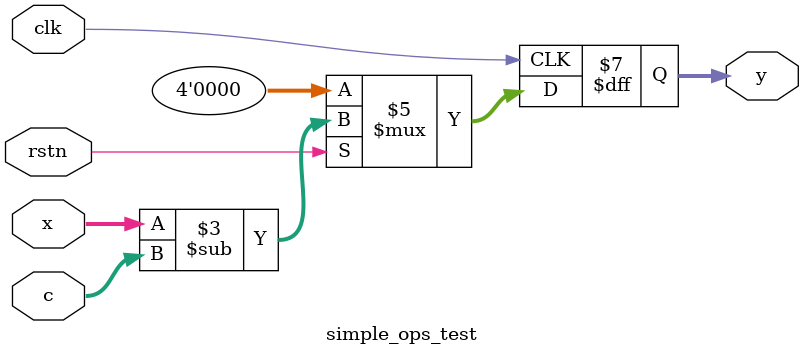
<source format=v>
module simple_ops_test(
    input wire clk,
    input wire rstn,
    input wire [3:0] x,
    input wire [3:0] c,
    output reg [3:0] y
);

always @(posedge clk) begin
    if (!rstn) begin
        y <= 4'd0;
    end else begin
        y <= x - c;
    end
end

endmodule
</source>
